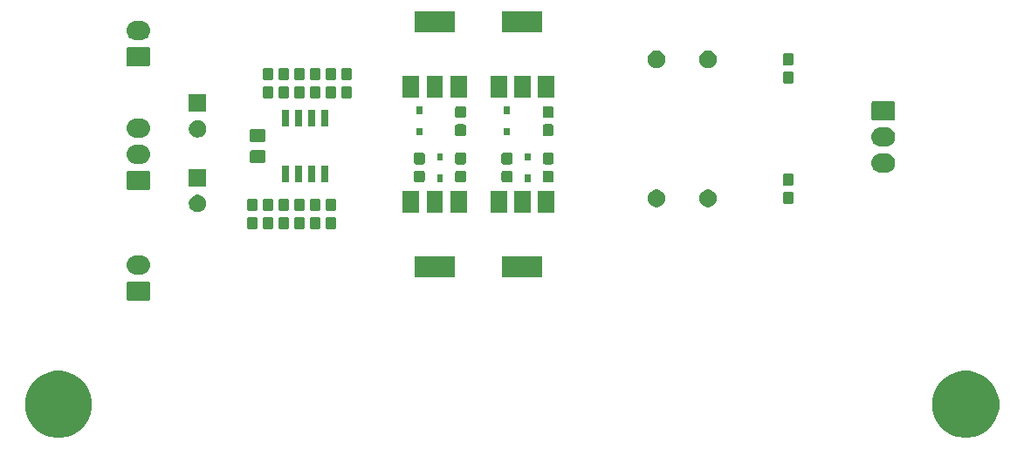
<source format=gbr>
G04 #@! TF.GenerationSoftware,KiCad,Pcbnew,5.1.4*
G04 #@! TF.CreationDate,2019-09-29T22:08:18-04:00*
G04 #@! TF.ProjectId,headphone_amp,68656164-7068-46f6-9e65-5f616d702e6b,0*
G04 #@! TF.SameCoordinates,Original*
G04 #@! TF.FileFunction,Soldermask,Top*
G04 #@! TF.FilePolarity,Negative*
%FSLAX46Y46*%
G04 Gerber Fmt 4.6, Leading zero omitted, Abs format (unit mm)*
G04 Created by KiCad (PCBNEW 5.1.4) date 2019-09-29 22:08:18*
%MOMM*%
%LPD*%
G04 APERTURE LIST*
%ADD10C,0.100000*%
G04 APERTURE END LIST*
D10*
G36*
X194634239Y-140811467D02*
G01*
X194948282Y-140873934D01*
X195539926Y-141119001D01*
X196072392Y-141474784D01*
X196525216Y-141927608D01*
X196880999Y-142460074D01*
X197126066Y-143051718D01*
X197251000Y-143679804D01*
X197251000Y-144320196D01*
X197126066Y-144948282D01*
X196880999Y-145539926D01*
X196525216Y-146072392D01*
X196072392Y-146525216D01*
X195539926Y-146880999D01*
X194948282Y-147126066D01*
X194634239Y-147188533D01*
X194320197Y-147251000D01*
X193679803Y-147251000D01*
X193365761Y-147188533D01*
X193051718Y-147126066D01*
X192460074Y-146880999D01*
X191927608Y-146525216D01*
X191474784Y-146072392D01*
X191119001Y-145539926D01*
X190873934Y-144948282D01*
X190749000Y-144320196D01*
X190749000Y-143679804D01*
X190873934Y-143051718D01*
X191119001Y-142460074D01*
X191474784Y-141927608D01*
X191927608Y-141474784D01*
X192460074Y-141119001D01*
X193051718Y-140873934D01*
X193365761Y-140811467D01*
X193679803Y-140749000D01*
X194320197Y-140749000D01*
X194634239Y-140811467D01*
X194634239Y-140811467D01*
G37*
G36*
X106634239Y-140811467D02*
G01*
X106948282Y-140873934D01*
X107539926Y-141119001D01*
X108072392Y-141474784D01*
X108525216Y-141927608D01*
X108880999Y-142460074D01*
X109126066Y-143051718D01*
X109251000Y-143679804D01*
X109251000Y-144320196D01*
X109126066Y-144948282D01*
X108880999Y-145539926D01*
X108525216Y-146072392D01*
X108072392Y-146525216D01*
X107539926Y-146880999D01*
X106948282Y-147126066D01*
X106634239Y-147188533D01*
X106320197Y-147251000D01*
X105679803Y-147251000D01*
X105365761Y-147188533D01*
X105051718Y-147126066D01*
X104460074Y-146880999D01*
X103927608Y-146525216D01*
X103474784Y-146072392D01*
X103119001Y-145539926D01*
X102873934Y-144948282D01*
X102749000Y-144320196D01*
X102749000Y-143679804D01*
X102873934Y-143051718D01*
X103119001Y-142460074D01*
X103474784Y-141927608D01*
X103927608Y-141474784D01*
X104460074Y-141119001D01*
X105051718Y-140873934D01*
X105365761Y-140811467D01*
X105679803Y-140749000D01*
X106320197Y-140749000D01*
X106634239Y-140811467D01*
X106634239Y-140811467D01*
G37*
G36*
X114759561Y-132082966D02*
G01*
X114792383Y-132092923D01*
X114822632Y-132109092D01*
X114849148Y-132130852D01*
X114870908Y-132157368D01*
X114887077Y-132187617D01*
X114897034Y-132220439D01*
X114901000Y-132260713D01*
X114901000Y-133739287D01*
X114897034Y-133779561D01*
X114887077Y-133812383D01*
X114870908Y-133842632D01*
X114849148Y-133869148D01*
X114822632Y-133890908D01*
X114792383Y-133907077D01*
X114759561Y-133917034D01*
X114719287Y-133921000D01*
X112780713Y-133921000D01*
X112740439Y-133917034D01*
X112707617Y-133907077D01*
X112677368Y-133890908D01*
X112650852Y-133869148D01*
X112629092Y-133842632D01*
X112612923Y-133812383D01*
X112602966Y-133779561D01*
X112599000Y-133739287D01*
X112599000Y-132260713D01*
X112602966Y-132220439D01*
X112612923Y-132187617D01*
X112629092Y-132157368D01*
X112650852Y-132130852D01*
X112677368Y-132109092D01*
X112707617Y-132092923D01*
X112740439Y-132082966D01*
X112780713Y-132079000D01*
X114719287Y-132079000D01*
X114759561Y-132082966D01*
X114759561Y-132082966D01*
G37*
G36*
X144451000Y-131701000D02*
G01*
X140549000Y-131701000D01*
X140549000Y-129599000D01*
X144451000Y-129599000D01*
X144451000Y-131701000D01*
X144451000Y-131701000D01*
G37*
G36*
X152951000Y-131701000D02*
G01*
X149049000Y-131701000D01*
X149049000Y-129599000D01*
X152951000Y-129599000D01*
X152951000Y-131701000D01*
X152951000Y-131701000D01*
G37*
G36*
X114070345Y-129543442D02*
G01*
X114160548Y-129552326D01*
X114334157Y-129604990D01*
X114494156Y-129690511D01*
X114537729Y-129726271D01*
X114634397Y-129805603D01*
X114713729Y-129902271D01*
X114749489Y-129945844D01*
X114835010Y-130105843D01*
X114887674Y-130279452D01*
X114905456Y-130460000D01*
X114887674Y-130640548D01*
X114835010Y-130814157D01*
X114749489Y-130974156D01*
X114713729Y-131017729D01*
X114634397Y-131114397D01*
X114537729Y-131193729D01*
X114494156Y-131229489D01*
X114334157Y-131315010D01*
X114160548Y-131367674D01*
X114070345Y-131376558D01*
X114025245Y-131381000D01*
X113474755Y-131381000D01*
X113429655Y-131376558D01*
X113339452Y-131367674D01*
X113165843Y-131315010D01*
X113005844Y-131229489D01*
X112962271Y-131193729D01*
X112865603Y-131114397D01*
X112786271Y-131017729D01*
X112750511Y-130974156D01*
X112664990Y-130814157D01*
X112612326Y-130640548D01*
X112594544Y-130460000D01*
X112612326Y-130279452D01*
X112664990Y-130105843D01*
X112750511Y-129945844D01*
X112786271Y-129902271D01*
X112865603Y-129805603D01*
X112962271Y-129726271D01*
X113005844Y-129690511D01*
X113165843Y-129604990D01*
X113339452Y-129552326D01*
X113429655Y-129543442D01*
X113474755Y-129539000D01*
X114025245Y-129539000D01*
X114070345Y-129543442D01*
X114070345Y-129543442D01*
G37*
G36*
X126704499Y-125819445D02*
G01*
X126741995Y-125830820D01*
X126776554Y-125849292D01*
X126806847Y-125874153D01*
X126831708Y-125904446D01*
X126850180Y-125939005D01*
X126861555Y-125976501D01*
X126866000Y-126021638D01*
X126866000Y-126760362D01*
X126861555Y-126805499D01*
X126850180Y-126842995D01*
X126831708Y-126877554D01*
X126806847Y-126907847D01*
X126776554Y-126932708D01*
X126741995Y-126951180D01*
X126704499Y-126962555D01*
X126659362Y-126967000D01*
X126020638Y-126967000D01*
X125975501Y-126962555D01*
X125938005Y-126951180D01*
X125903446Y-126932708D01*
X125873153Y-126907847D01*
X125848292Y-126877554D01*
X125829820Y-126842995D01*
X125818445Y-126805499D01*
X125814000Y-126760362D01*
X125814000Y-126021638D01*
X125818445Y-125976501D01*
X125829820Y-125939005D01*
X125848292Y-125904446D01*
X125873153Y-125874153D01*
X125903446Y-125849292D01*
X125938005Y-125830820D01*
X125975501Y-125819445D01*
X126020638Y-125815000D01*
X126659362Y-125815000D01*
X126704499Y-125819445D01*
X126704499Y-125819445D01*
G37*
G36*
X128228499Y-125819445D02*
G01*
X128265995Y-125830820D01*
X128300554Y-125849292D01*
X128330847Y-125874153D01*
X128355708Y-125904446D01*
X128374180Y-125939005D01*
X128385555Y-125976501D01*
X128390000Y-126021638D01*
X128390000Y-126760362D01*
X128385555Y-126805499D01*
X128374180Y-126842995D01*
X128355708Y-126877554D01*
X128330847Y-126907847D01*
X128300554Y-126932708D01*
X128265995Y-126951180D01*
X128228499Y-126962555D01*
X128183362Y-126967000D01*
X127544638Y-126967000D01*
X127499501Y-126962555D01*
X127462005Y-126951180D01*
X127427446Y-126932708D01*
X127397153Y-126907847D01*
X127372292Y-126877554D01*
X127353820Y-126842995D01*
X127342445Y-126805499D01*
X127338000Y-126760362D01*
X127338000Y-126021638D01*
X127342445Y-125976501D01*
X127353820Y-125939005D01*
X127372292Y-125904446D01*
X127397153Y-125874153D01*
X127427446Y-125849292D01*
X127462005Y-125830820D01*
X127499501Y-125819445D01*
X127544638Y-125815000D01*
X128183362Y-125815000D01*
X128228499Y-125819445D01*
X128228499Y-125819445D01*
G37*
G36*
X132800499Y-125819445D02*
G01*
X132837995Y-125830820D01*
X132872554Y-125849292D01*
X132902847Y-125874153D01*
X132927708Y-125904446D01*
X132946180Y-125939005D01*
X132957555Y-125976501D01*
X132962000Y-126021638D01*
X132962000Y-126760362D01*
X132957555Y-126805499D01*
X132946180Y-126842995D01*
X132927708Y-126877554D01*
X132902847Y-126907847D01*
X132872554Y-126932708D01*
X132837995Y-126951180D01*
X132800499Y-126962555D01*
X132755362Y-126967000D01*
X132116638Y-126967000D01*
X132071501Y-126962555D01*
X132034005Y-126951180D01*
X131999446Y-126932708D01*
X131969153Y-126907847D01*
X131944292Y-126877554D01*
X131925820Y-126842995D01*
X131914445Y-126805499D01*
X131910000Y-126760362D01*
X131910000Y-126021638D01*
X131914445Y-125976501D01*
X131925820Y-125939005D01*
X131944292Y-125904446D01*
X131969153Y-125874153D01*
X131999446Y-125849292D01*
X132034005Y-125830820D01*
X132071501Y-125819445D01*
X132116638Y-125815000D01*
X132755362Y-125815000D01*
X132800499Y-125819445D01*
X132800499Y-125819445D01*
G37*
G36*
X125180499Y-125819445D02*
G01*
X125217995Y-125830820D01*
X125252554Y-125849292D01*
X125282847Y-125874153D01*
X125307708Y-125904446D01*
X125326180Y-125939005D01*
X125337555Y-125976501D01*
X125342000Y-126021638D01*
X125342000Y-126760362D01*
X125337555Y-126805499D01*
X125326180Y-126842995D01*
X125307708Y-126877554D01*
X125282847Y-126907847D01*
X125252554Y-126932708D01*
X125217995Y-126951180D01*
X125180499Y-126962555D01*
X125135362Y-126967000D01*
X124496638Y-126967000D01*
X124451501Y-126962555D01*
X124414005Y-126951180D01*
X124379446Y-126932708D01*
X124349153Y-126907847D01*
X124324292Y-126877554D01*
X124305820Y-126842995D01*
X124294445Y-126805499D01*
X124290000Y-126760362D01*
X124290000Y-126021638D01*
X124294445Y-125976501D01*
X124305820Y-125939005D01*
X124324292Y-125904446D01*
X124349153Y-125874153D01*
X124379446Y-125849292D01*
X124414005Y-125830820D01*
X124451501Y-125819445D01*
X124496638Y-125815000D01*
X125135362Y-125815000D01*
X125180499Y-125819445D01*
X125180499Y-125819445D01*
G37*
G36*
X129752499Y-125819445D02*
G01*
X129789995Y-125830820D01*
X129824554Y-125849292D01*
X129854847Y-125874153D01*
X129879708Y-125904446D01*
X129898180Y-125939005D01*
X129909555Y-125976501D01*
X129914000Y-126021638D01*
X129914000Y-126760362D01*
X129909555Y-126805499D01*
X129898180Y-126842995D01*
X129879708Y-126877554D01*
X129854847Y-126907847D01*
X129824554Y-126932708D01*
X129789995Y-126951180D01*
X129752499Y-126962555D01*
X129707362Y-126967000D01*
X129068638Y-126967000D01*
X129023501Y-126962555D01*
X128986005Y-126951180D01*
X128951446Y-126932708D01*
X128921153Y-126907847D01*
X128896292Y-126877554D01*
X128877820Y-126842995D01*
X128866445Y-126805499D01*
X128862000Y-126760362D01*
X128862000Y-126021638D01*
X128866445Y-125976501D01*
X128877820Y-125939005D01*
X128896292Y-125904446D01*
X128921153Y-125874153D01*
X128951446Y-125849292D01*
X128986005Y-125830820D01*
X129023501Y-125819445D01*
X129068638Y-125815000D01*
X129707362Y-125815000D01*
X129752499Y-125819445D01*
X129752499Y-125819445D01*
G37*
G36*
X131276499Y-125819445D02*
G01*
X131313995Y-125830820D01*
X131348554Y-125849292D01*
X131378847Y-125874153D01*
X131403708Y-125904446D01*
X131422180Y-125939005D01*
X131433555Y-125976501D01*
X131438000Y-126021638D01*
X131438000Y-126760362D01*
X131433555Y-126805499D01*
X131422180Y-126842995D01*
X131403708Y-126877554D01*
X131378847Y-126907847D01*
X131348554Y-126932708D01*
X131313995Y-126951180D01*
X131276499Y-126962555D01*
X131231362Y-126967000D01*
X130592638Y-126967000D01*
X130547501Y-126962555D01*
X130510005Y-126951180D01*
X130475446Y-126932708D01*
X130445153Y-126907847D01*
X130420292Y-126877554D01*
X130401820Y-126842995D01*
X130390445Y-126805499D01*
X130386000Y-126760362D01*
X130386000Y-126021638D01*
X130390445Y-125976501D01*
X130401820Y-125939005D01*
X130420292Y-125904446D01*
X130445153Y-125874153D01*
X130475446Y-125849292D01*
X130510005Y-125830820D01*
X130547501Y-125819445D01*
X130592638Y-125815000D01*
X131231362Y-125815000D01*
X131276499Y-125819445D01*
X131276499Y-125819445D01*
G37*
G36*
X154101000Y-125401000D02*
G01*
X152499000Y-125401000D01*
X152499000Y-123299000D01*
X154101000Y-123299000D01*
X154101000Y-125401000D01*
X154101000Y-125401000D01*
G37*
G36*
X141001000Y-125401000D02*
G01*
X139399000Y-125401000D01*
X139399000Y-123299000D01*
X141001000Y-123299000D01*
X141001000Y-125401000D01*
X141001000Y-125401000D01*
G37*
G36*
X145601000Y-125401000D02*
G01*
X143999000Y-125401000D01*
X143999000Y-123299000D01*
X145601000Y-123299000D01*
X145601000Y-125401000D01*
X145601000Y-125401000D01*
G37*
G36*
X149501000Y-125401000D02*
G01*
X147899000Y-125401000D01*
X147899000Y-123299000D01*
X149501000Y-123299000D01*
X149501000Y-125401000D01*
X149501000Y-125401000D01*
G37*
G36*
X151801000Y-125401000D02*
G01*
X150199000Y-125401000D01*
X150199000Y-123299000D01*
X151801000Y-123299000D01*
X151801000Y-125401000D01*
X151801000Y-125401000D01*
G37*
G36*
X143301000Y-125401000D02*
G01*
X141699000Y-125401000D01*
X141699000Y-123299000D01*
X143301000Y-123299000D01*
X143301000Y-125401000D01*
X143301000Y-125401000D01*
G37*
G36*
X119748228Y-123681703D02*
G01*
X119903100Y-123745853D01*
X120042481Y-123838985D01*
X120161015Y-123957519D01*
X120254147Y-124096900D01*
X120318297Y-124251772D01*
X120351000Y-124416184D01*
X120351000Y-124583816D01*
X120318297Y-124748228D01*
X120254147Y-124903100D01*
X120161015Y-125042481D01*
X120042481Y-125161015D01*
X119903100Y-125254147D01*
X119748228Y-125318297D01*
X119583816Y-125351000D01*
X119416184Y-125351000D01*
X119251772Y-125318297D01*
X119096900Y-125254147D01*
X118957519Y-125161015D01*
X118838985Y-125042481D01*
X118745853Y-124903100D01*
X118681703Y-124748228D01*
X118649000Y-124583816D01*
X118649000Y-124416184D01*
X118681703Y-124251772D01*
X118745853Y-124096900D01*
X118838985Y-123957519D01*
X118957519Y-123838985D01*
X119096900Y-123745853D01*
X119251772Y-123681703D01*
X119416184Y-123649000D01*
X119583816Y-123649000D01*
X119748228Y-123681703D01*
X119748228Y-123681703D01*
G37*
G36*
X125180499Y-124069445D02*
G01*
X125217995Y-124080820D01*
X125252554Y-124099292D01*
X125282847Y-124124153D01*
X125307708Y-124154446D01*
X125326180Y-124189005D01*
X125337555Y-124226501D01*
X125342000Y-124271638D01*
X125342000Y-125010362D01*
X125337555Y-125055499D01*
X125326180Y-125092995D01*
X125307708Y-125127554D01*
X125282847Y-125157847D01*
X125252554Y-125182708D01*
X125217995Y-125201180D01*
X125180499Y-125212555D01*
X125135362Y-125217000D01*
X124496638Y-125217000D01*
X124451501Y-125212555D01*
X124414005Y-125201180D01*
X124379446Y-125182708D01*
X124349153Y-125157847D01*
X124324292Y-125127554D01*
X124305820Y-125092995D01*
X124294445Y-125055499D01*
X124290000Y-125010362D01*
X124290000Y-124271638D01*
X124294445Y-124226501D01*
X124305820Y-124189005D01*
X124324292Y-124154446D01*
X124349153Y-124124153D01*
X124379446Y-124099292D01*
X124414005Y-124080820D01*
X124451501Y-124069445D01*
X124496638Y-124065000D01*
X125135362Y-124065000D01*
X125180499Y-124069445D01*
X125180499Y-124069445D01*
G37*
G36*
X132800499Y-124069445D02*
G01*
X132837995Y-124080820D01*
X132872554Y-124099292D01*
X132902847Y-124124153D01*
X132927708Y-124154446D01*
X132946180Y-124189005D01*
X132957555Y-124226501D01*
X132962000Y-124271638D01*
X132962000Y-125010362D01*
X132957555Y-125055499D01*
X132946180Y-125092995D01*
X132927708Y-125127554D01*
X132902847Y-125157847D01*
X132872554Y-125182708D01*
X132837995Y-125201180D01*
X132800499Y-125212555D01*
X132755362Y-125217000D01*
X132116638Y-125217000D01*
X132071501Y-125212555D01*
X132034005Y-125201180D01*
X131999446Y-125182708D01*
X131969153Y-125157847D01*
X131944292Y-125127554D01*
X131925820Y-125092995D01*
X131914445Y-125055499D01*
X131910000Y-125010362D01*
X131910000Y-124271638D01*
X131914445Y-124226501D01*
X131925820Y-124189005D01*
X131944292Y-124154446D01*
X131969153Y-124124153D01*
X131999446Y-124099292D01*
X132034005Y-124080820D01*
X132071501Y-124069445D01*
X132116638Y-124065000D01*
X132755362Y-124065000D01*
X132800499Y-124069445D01*
X132800499Y-124069445D01*
G37*
G36*
X126704499Y-124069445D02*
G01*
X126741995Y-124080820D01*
X126776554Y-124099292D01*
X126806847Y-124124153D01*
X126831708Y-124154446D01*
X126850180Y-124189005D01*
X126861555Y-124226501D01*
X126866000Y-124271638D01*
X126866000Y-125010362D01*
X126861555Y-125055499D01*
X126850180Y-125092995D01*
X126831708Y-125127554D01*
X126806847Y-125157847D01*
X126776554Y-125182708D01*
X126741995Y-125201180D01*
X126704499Y-125212555D01*
X126659362Y-125217000D01*
X126020638Y-125217000D01*
X125975501Y-125212555D01*
X125938005Y-125201180D01*
X125903446Y-125182708D01*
X125873153Y-125157847D01*
X125848292Y-125127554D01*
X125829820Y-125092995D01*
X125818445Y-125055499D01*
X125814000Y-125010362D01*
X125814000Y-124271638D01*
X125818445Y-124226501D01*
X125829820Y-124189005D01*
X125848292Y-124154446D01*
X125873153Y-124124153D01*
X125903446Y-124099292D01*
X125938005Y-124080820D01*
X125975501Y-124069445D01*
X126020638Y-124065000D01*
X126659362Y-124065000D01*
X126704499Y-124069445D01*
X126704499Y-124069445D01*
G37*
G36*
X128228499Y-124069445D02*
G01*
X128265995Y-124080820D01*
X128300554Y-124099292D01*
X128330847Y-124124153D01*
X128355708Y-124154446D01*
X128374180Y-124189005D01*
X128385555Y-124226501D01*
X128390000Y-124271638D01*
X128390000Y-125010362D01*
X128385555Y-125055499D01*
X128374180Y-125092995D01*
X128355708Y-125127554D01*
X128330847Y-125157847D01*
X128300554Y-125182708D01*
X128265995Y-125201180D01*
X128228499Y-125212555D01*
X128183362Y-125217000D01*
X127544638Y-125217000D01*
X127499501Y-125212555D01*
X127462005Y-125201180D01*
X127427446Y-125182708D01*
X127397153Y-125157847D01*
X127372292Y-125127554D01*
X127353820Y-125092995D01*
X127342445Y-125055499D01*
X127338000Y-125010362D01*
X127338000Y-124271638D01*
X127342445Y-124226501D01*
X127353820Y-124189005D01*
X127372292Y-124154446D01*
X127397153Y-124124153D01*
X127427446Y-124099292D01*
X127462005Y-124080820D01*
X127499501Y-124069445D01*
X127544638Y-124065000D01*
X128183362Y-124065000D01*
X128228499Y-124069445D01*
X128228499Y-124069445D01*
G37*
G36*
X129752499Y-124069445D02*
G01*
X129789995Y-124080820D01*
X129824554Y-124099292D01*
X129854847Y-124124153D01*
X129879708Y-124154446D01*
X129898180Y-124189005D01*
X129909555Y-124226501D01*
X129914000Y-124271638D01*
X129914000Y-125010362D01*
X129909555Y-125055499D01*
X129898180Y-125092995D01*
X129879708Y-125127554D01*
X129854847Y-125157847D01*
X129824554Y-125182708D01*
X129789995Y-125201180D01*
X129752499Y-125212555D01*
X129707362Y-125217000D01*
X129068638Y-125217000D01*
X129023501Y-125212555D01*
X128986005Y-125201180D01*
X128951446Y-125182708D01*
X128921153Y-125157847D01*
X128896292Y-125127554D01*
X128877820Y-125092995D01*
X128866445Y-125055499D01*
X128862000Y-125010362D01*
X128862000Y-124271638D01*
X128866445Y-124226501D01*
X128877820Y-124189005D01*
X128896292Y-124154446D01*
X128921153Y-124124153D01*
X128951446Y-124099292D01*
X128986005Y-124080820D01*
X129023501Y-124069445D01*
X129068638Y-124065000D01*
X129707362Y-124065000D01*
X129752499Y-124069445D01*
X129752499Y-124069445D01*
G37*
G36*
X131276499Y-124069445D02*
G01*
X131313995Y-124080820D01*
X131348554Y-124099292D01*
X131378847Y-124124153D01*
X131403708Y-124154446D01*
X131422180Y-124189005D01*
X131433555Y-124226501D01*
X131438000Y-124271638D01*
X131438000Y-125010362D01*
X131433555Y-125055499D01*
X131422180Y-125092995D01*
X131403708Y-125127554D01*
X131378847Y-125157847D01*
X131348554Y-125182708D01*
X131313995Y-125201180D01*
X131276499Y-125212555D01*
X131231362Y-125217000D01*
X130592638Y-125217000D01*
X130547501Y-125212555D01*
X130510005Y-125201180D01*
X130475446Y-125182708D01*
X130445153Y-125157847D01*
X130420292Y-125127554D01*
X130401820Y-125092995D01*
X130390445Y-125055499D01*
X130386000Y-125010362D01*
X130386000Y-124271638D01*
X130390445Y-124226501D01*
X130401820Y-124189005D01*
X130420292Y-124154446D01*
X130445153Y-124124153D01*
X130475446Y-124099292D01*
X130510005Y-124080820D01*
X130547501Y-124069445D01*
X130592638Y-124065000D01*
X131231362Y-124065000D01*
X131276499Y-124069445D01*
X131276499Y-124069445D01*
G37*
G36*
X164248228Y-123181703D02*
G01*
X164403100Y-123245853D01*
X164542481Y-123338985D01*
X164661015Y-123457519D01*
X164754147Y-123596900D01*
X164818297Y-123751772D01*
X164851000Y-123916184D01*
X164851000Y-124083816D01*
X164818297Y-124248228D01*
X164754147Y-124403100D01*
X164661015Y-124542481D01*
X164542481Y-124661015D01*
X164403100Y-124754147D01*
X164248228Y-124818297D01*
X164083816Y-124851000D01*
X163916184Y-124851000D01*
X163751772Y-124818297D01*
X163596900Y-124754147D01*
X163457519Y-124661015D01*
X163338985Y-124542481D01*
X163245853Y-124403100D01*
X163181703Y-124248228D01*
X163149000Y-124083816D01*
X163149000Y-123916184D01*
X163181703Y-123751772D01*
X163245853Y-123596900D01*
X163338985Y-123457519D01*
X163457519Y-123338985D01*
X163596900Y-123245853D01*
X163751772Y-123181703D01*
X163916184Y-123149000D01*
X164083816Y-123149000D01*
X164248228Y-123181703D01*
X164248228Y-123181703D01*
G37*
G36*
X169248228Y-123181703D02*
G01*
X169403100Y-123245853D01*
X169542481Y-123338985D01*
X169661015Y-123457519D01*
X169754147Y-123596900D01*
X169818297Y-123751772D01*
X169851000Y-123916184D01*
X169851000Y-124083816D01*
X169818297Y-124248228D01*
X169754147Y-124403100D01*
X169661015Y-124542481D01*
X169542481Y-124661015D01*
X169403100Y-124754147D01*
X169248228Y-124818297D01*
X169083816Y-124851000D01*
X168916184Y-124851000D01*
X168751772Y-124818297D01*
X168596900Y-124754147D01*
X168457519Y-124661015D01*
X168338985Y-124542481D01*
X168245853Y-124403100D01*
X168181703Y-124248228D01*
X168149000Y-124083816D01*
X168149000Y-123916184D01*
X168181703Y-123751772D01*
X168245853Y-123596900D01*
X168338985Y-123457519D01*
X168457519Y-123338985D01*
X168596900Y-123245853D01*
X168751772Y-123181703D01*
X168916184Y-123149000D01*
X169083816Y-123149000D01*
X169248228Y-123181703D01*
X169248228Y-123181703D01*
G37*
G36*
X177148499Y-123366445D02*
G01*
X177185995Y-123377820D01*
X177220554Y-123396292D01*
X177250847Y-123421153D01*
X177275708Y-123451446D01*
X177294180Y-123486005D01*
X177305555Y-123523501D01*
X177310000Y-123568638D01*
X177310000Y-124307362D01*
X177305555Y-124352499D01*
X177294180Y-124389995D01*
X177275708Y-124424554D01*
X177250847Y-124454847D01*
X177220554Y-124479708D01*
X177185995Y-124498180D01*
X177148499Y-124509555D01*
X177103362Y-124514000D01*
X176464638Y-124514000D01*
X176419501Y-124509555D01*
X176382005Y-124498180D01*
X176347446Y-124479708D01*
X176317153Y-124454847D01*
X176292292Y-124424554D01*
X176273820Y-124389995D01*
X176262445Y-124352499D01*
X176258000Y-124307362D01*
X176258000Y-123568638D01*
X176262445Y-123523501D01*
X176273820Y-123486005D01*
X176292292Y-123451446D01*
X176317153Y-123421153D01*
X176347446Y-123396292D01*
X176382005Y-123377820D01*
X176419501Y-123366445D01*
X176464638Y-123362000D01*
X177103362Y-123362000D01*
X177148499Y-123366445D01*
X177148499Y-123366445D01*
G37*
G36*
X114759561Y-121332966D02*
G01*
X114792383Y-121342923D01*
X114822632Y-121359092D01*
X114849148Y-121380852D01*
X114870908Y-121407368D01*
X114887077Y-121437617D01*
X114897034Y-121470439D01*
X114901000Y-121510713D01*
X114901000Y-122989287D01*
X114897034Y-123029561D01*
X114887077Y-123062383D01*
X114870908Y-123092632D01*
X114849148Y-123119148D01*
X114822632Y-123140908D01*
X114792383Y-123157077D01*
X114759561Y-123167034D01*
X114719287Y-123171000D01*
X112780713Y-123171000D01*
X112740439Y-123167034D01*
X112707617Y-123157077D01*
X112677368Y-123140908D01*
X112650852Y-123119148D01*
X112629092Y-123092632D01*
X112612923Y-123062383D01*
X112602966Y-123029561D01*
X112599000Y-122989287D01*
X112599000Y-121510713D01*
X112602966Y-121470439D01*
X112612923Y-121437617D01*
X112629092Y-121407368D01*
X112650852Y-121380852D01*
X112677368Y-121359092D01*
X112707617Y-121342923D01*
X112740439Y-121332966D01*
X112780713Y-121329000D01*
X114719287Y-121329000D01*
X114759561Y-121332966D01*
X114759561Y-121332966D01*
G37*
G36*
X120351000Y-122851000D02*
G01*
X118649000Y-122851000D01*
X118649000Y-121149000D01*
X120351000Y-121149000D01*
X120351000Y-122851000D01*
X120351000Y-122851000D01*
G37*
G36*
X177148499Y-121616445D02*
G01*
X177185995Y-121627820D01*
X177220554Y-121646292D01*
X177250847Y-121671153D01*
X177275708Y-121701446D01*
X177294180Y-121736005D01*
X177305555Y-121773501D01*
X177310000Y-121818638D01*
X177310000Y-122557362D01*
X177305555Y-122602499D01*
X177294180Y-122639995D01*
X177275708Y-122674554D01*
X177250847Y-122704847D01*
X177220554Y-122729708D01*
X177185995Y-122748180D01*
X177148499Y-122759555D01*
X177103362Y-122764000D01*
X176464638Y-122764000D01*
X176419501Y-122759555D01*
X176382005Y-122748180D01*
X176347446Y-122729708D01*
X176317153Y-122704847D01*
X176292292Y-122674554D01*
X176273820Y-122639995D01*
X176262445Y-122602499D01*
X176258000Y-122557362D01*
X176258000Y-121818638D01*
X176262445Y-121773501D01*
X176273820Y-121736005D01*
X176292292Y-121701446D01*
X176317153Y-121671153D01*
X176347446Y-121646292D01*
X176382005Y-121627820D01*
X176419501Y-121616445D01*
X176464638Y-121612000D01*
X177103362Y-121612000D01*
X177148499Y-121616445D01*
X177148499Y-121616445D01*
G37*
G36*
X141364499Y-121303445D02*
G01*
X141401995Y-121314820D01*
X141436554Y-121333292D01*
X141466847Y-121358153D01*
X141491708Y-121388446D01*
X141510180Y-121423005D01*
X141521555Y-121460501D01*
X141526000Y-121505638D01*
X141526000Y-122244362D01*
X141521555Y-122289499D01*
X141510180Y-122326995D01*
X141491708Y-122361554D01*
X141466847Y-122391847D01*
X141436554Y-122416708D01*
X141401995Y-122435180D01*
X141364499Y-122446555D01*
X141319362Y-122451000D01*
X140680638Y-122451000D01*
X140635501Y-122446555D01*
X140598005Y-122435180D01*
X140563446Y-122416708D01*
X140533153Y-122391847D01*
X140508292Y-122361554D01*
X140489820Y-122326995D01*
X140478445Y-122289499D01*
X140474000Y-122244362D01*
X140474000Y-121505638D01*
X140478445Y-121460501D01*
X140489820Y-121423005D01*
X140508292Y-121388446D01*
X140533153Y-121358153D01*
X140563446Y-121333292D01*
X140598005Y-121314820D01*
X140635501Y-121303445D01*
X140680638Y-121299000D01*
X141319362Y-121299000D01*
X141364499Y-121303445D01*
X141364499Y-121303445D01*
G37*
G36*
X153864499Y-121303445D02*
G01*
X153901995Y-121314820D01*
X153936554Y-121333292D01*
X153966847Y-121358153D01*
X153991708Y-121388446D01*
X154010180Y-121423005D01*
X154021555Y-121460501D01*
X154026000Y-121505638D01*
X154026000Y-122244362D01*
X154021555Y-122289499D01*
X154010180Y-122326995D01*
X153991708Y-122361554D01*
X153966847Y-122391847D01*
X153936554Y-122416708D01*
X153901995Y-122435180D01*
X153864499Y-122446555D01*
X153819362Y-122451000D01*
X153180638Y-122451000D01*
X153135501Y-122446555D01*
X153098005Y-122435180D01*
X153063446Y-122416708D01*
X153033153Y-122391847D01*
X153008292Y-122361554D01*
X152989820Y-122326995D01*
X152978445Y-122289499D01*
X152974000Y-122244362D01*
X152974000Y-121505638D01*
X152978445Y-121460501D01*
X152989820Y-121423005D01*
X153008292Y-121388446D01*
X153033153Y-121358153D01*
X153063446Y-121333292D01*
X153098005Y-121314820D01*
X153135501Y-121303445D01*
X153180638Y-121299000D01*
X153819362Y-121299000D01*
X153864499Y-121303445D01*
X153864499Y-121303445D01*
G37*
G36*
X149864499Y-121303445D02*
G01*
X149901995Y-121314820D01*
X149936554Y-121333292D01*
X149966847Y-121358153D01*
X149991708Y-121388446D01*
X150010180Y-121423005D01*
X150021555Y-121460501D01*
X150026000Y-121505638D01*
X150026000Y-122244362D01*
X150021555Y-122289499D01*
X150010180Y-122326995D01*
X149991708Y-122361554D01*
X149966847Y-122391847D01*
X149936554Y-122416708D01*
X149901995Y-122435180D01*
X149864499Y-122446555D01*
X149819362Y-122451000D01*
X149180638Y-122451000D01*
X149135501Y-122446555D01*
X149098005Y-122435180D01*
X149063446Y-122416708D01*
X149033153Y-122391847D01*
X149008292Y-122361554D01*
X148989820Y-122326995D01*
X148978445Y-122289499D01*
X148974000Y-122244362D01*
X148974000Y-121505638D01*
X148978445Y-121460501D01*
X148989820Y-121423005D01*
X149008292Y-121388446D01*
X149033153Y-121358153D01*
X149063446Y-121333292D01*
X149098005Y-121314820D01*
X149135501Y-121303445D01*
X149180638Y-121299000D01*
X149819362Y-121299000D01*
X149864499Y-121303445D01*
X149864499Y-121303445D01*
G37*
G36*
X145364499Y-121303445D02*
G01*
X145401995Y-121314820D01*
X145436554Y-121333292D01*
X145466847Y-121358153D01*
X145491708Y-121388446D01*
X145510180Y-121423005D01*
X145521555Y-121460501D01*
X145526000Y-121505638D01*
X145526000Y-122244362D01*
X145521555Y-122289499D01*
X145510180Y-122326995D01*
X145491708Y-122361554D01*
X145466847Y-122391847D01*
X145436554Y-122416708D01*
X145401995Y-122435180D01*
X145364499Y-122446555D01*
X145319362Y-122451000D01*
X144680638Y-122451000D01*
X144635501Y-122446555D01*
X144598005Y-122435180D01*
X144563446Y-122416708D01*
X144533153Y-122391847D01*
X144508292Y-122361554D01*
X144489820Y-122326995D01*
X144478445Y-122289499D01*
X144474000Y-122244362D01*
X144474000Y-121505638D01*
X144478445Y-121460501D01*
X144489820Y-121423005D01*
X144508292Y-121388446D01*
X144533153Y-121358153D01*
X144563446Y-121333292D01*
X144598005Y-121314820D01*
X144635501Y-121303445D01*
X144680638Y-121299000D01*
X145319362Y-121299000D01*
X145364499Y-121303445D01*
X145364499Y-121303445D01*
G37*
G36*
X128342000Y-122438000D02*
G01*
X127640000Y-122438000D01*
X127640000Y-120786000D01*
X128342000Y-120786000D01*
X128342000Y-122438000D01*
X128342000Y-122438000D01*
G37*
G36*
X129612000Y-122438000D02*
G01*
X128910000Y-122438000D01*
X128910000Y-120786000D01*
X129612000Y-120786000D01*
X129612000Y-122438000D01*
X129612000Y-122438000D01*
G37*
G36*
X132152000Y-122438000D02*
G01*
X131450000Y-122438000D01*
X131450000Y-120786000D01*
X132152000Y-120786000D01*
X132152000Y-122438000D01*
X132152000Y-122438000D01*
G37*
G36*
X130882000Y-122438000D02*
G01*
X130180000Y-122438000D01*
X130180000Y-120786000D01*
X130882000Y-120786000D01*
X130882000Y-122438000D01*
X130882000Y-122438000D01*
G37*
G36*
X151776000Y-122401000D02*
G01*
X151224000Y-122401000D01*
X151224000Y-121699000D01*
X151776000Y-121699000D01*
X151776000Y-122401000D01*
X151776000Y-122401000D01*
G37*
G36*
X143276000Y-122401000D02*
G01*
X142724000Y-122401000D01*
X142724000Y-121699000D01*
X143276000Y-121699000D01*
X143276000Y-122401000D01*
X143276000Y-122401000D01*
G37*
G36*
X186320345Y-119663442D02*
G01*
X186410548Y-119672326D01*
X186584157Y-119724990D01*
X186744156Y-119810511D01*
X186787729Y-119846271D01*
X186884397Y-119925603D01*
X186963729Y-120022271D01*
X186999489Y-120065844D01*
X187085010Y-120225843D01*
X187137674Y-120399452D01*
X187155456Y-120580000D01*
X187137674Y-120760548D01*
X187085010Y-120934157D01*
X186999489Y-121094156D01*
X186963729Y-121137729D01*
X186884397Y-121234397D01*
X186787729Y-121313729D01*
X186744156Y-121349489D01*
X186584157Y-121435010D01*
X186410548Y-121487674D01*
X186320345Y-121496558D01*
X186275245Y-121501000D01*
X185724755Y-121501000D01*
X185679655Y-121496558D01*
X185589452Y-121487674D01*
X185415843Y-121435010D01*
X185255844Y-121349489D01*
X185212271Y-121313729D01*
X185115603Y-121234397D01*
X185036271Y-121137729D01*
X185000511Y-121094156D01*
X184914990Y-120934157D01*
X184862326Y-120760548D01*
X184844544Y-120580000D01*
X184862326Y-120399452D01*
X184914990Y-120225843D01*
X185000511Y-120065844D01*
X185036271Y-120022271D01*
X185115603Y-119925603D01*
X185212271Y-119846271D01*
X185255844Y-119810511D01*
X185415843Y-119724990D01*
X185589452Y-119672326D01*
X185679655Y-119663442D01*
X185724755Y-119659000D01*
X186275245Y-119659000D01*
X186320345Y-119663442D01*
X186320345Y-119663442D01*
G37*
G36*
X153864499Y-119553445D02*
G01*
X153901995Y-119564820D01*
X153936554Y-119583292D01*
X153966847Y-119608153D01*
X153991708Y-119638446D01*
X154010180Y-119673005D01*
X154021555Y-119710501D01*
X154026000Y-119755638D01*
X154026000Y-120494362D01*
X154021555Y-120539499D01*
X154010180Y-120576995D01*
X153991708Y-120611554D01*
X153966847Y-120641847D01*
X153936554Y-120666708D01*
X153901995Y-120685180D01*
X153864499Y-120696555D01*
X153819362Y-120701000D01*
X153180638Y-120701000D01*
X153135501Y-120696555D01*
X153098005Y-120685180D01*
X153063446Y-120666708D01*
X153033153Y-120641847D01*
X153008292Y-120611554D01*
X152989820Y-120576995D01*
X152978445Y-120539499D01*
X152974000Y-120494362D01*
X152974000Y-119755638D01*
X152978445Y-119710501D01*
X152989820Y-119673005D01*
X153008292Y-119638446D01*
X153033153Y-119608153D01*
X153063446Y-119583292D01*
X153098005Y-119564820D01*
X153135501Y-119553445D01*
X153180638Y-119549000D01*
X153819362Y-119549000D01*
X153864499Y-119553445D01*
X153864499Y-119553445D01*
G37*
G36*
X149864499Y-119553445D02*
G01*
X149901995Y-119564820D01*
X149936554Y-119583292D01*
X149966847Y-119608153D01*
X149991708Y-119638446D01*
X150010180Y-119673005D01*
X150021555Y-119710501D01*
X150026000Y-119755638D01*
X150026000Y-120494362D01*
X150021555Y-120539499D01*
X150010180Y-120576995D01*
X149991708Y-120611554D01*
X149966847Y-120641847D01*
X149936554Y-120666708D01*
X149901995Y-120685180D01*
X149864499Y-120696555D01*
X149819362Y-120701000D01*
X149180638Y-120701000D01*
X149135501Y-120696555D01*
X149098005Y-120685180D01*
X149063446Y-120666708D01*
X149033153Y-120641847D01*
X149008292Y-120611554D01*
X148989820Y-120576995D01*
X148978445Y-120539499D01*
X148974000Y-120494362D01*
X148974000Y-119755638D01*
X148978445Y-119710501D01*
X148989820Y-119673005D01*
X149008292Y-119638446D01*
X149033153Y-119608153D01*
X149063446Y-119583292D01*
X149098005Y-119564820D01*
X149135501Y-119553445D01*
X149180638Y-119549000D01*
X149819362Y-119549000D01*
X149864499Y-119553445D01*
X149864499Y-119553445D01*
G37*
G36*
X145364499Y-119553445D02*
G01*
X145401995Y-119564820D01*
X145436554Y-119583292D01*
X145466847Y-119608153D01*
X145491708Y-119638446D01*
X145510180Y-119673005D01*
X145521555Y-119710501D01*
X145526000Y-119755638D01*
X145526000Y-120494362D01*
X145521555Y-120539499D01*
X145510180Y-120576995D01*
X145491708Y-120611554D01*
X145466847Y-120641847D01*
X145436554Y-120666708D01*
X145401995Y-120685180D01*
X145364499Y-120696555D01*
X145319362Y-120701000D01*
X144680638Y-120701000D01*
X144635501Y-120696555D01*
X144598005Y-120685180D01*
X144563446Y-120666708D01*
X144533153Y-120641847D01*
X144508292Y-120611554D01*
X144489820Y-120576995D01*
X144478445Y-120539499D01*
X144474000Y-120494362D01*
X144474000Y-119755638D01*
X144478445Y-119710501D01*
X144489820Y-119673005D01*
X144508292Y-119638446D01*
X144533153Y-119608153D01*
X144563446Y-119583292D01*
X144598005Y-119564820D01*
X144635501Y-119553445D01*
X144680638Y-119549000D01*
X145319362Y-119549000D01*
X145364499Y-119553445D01*
X145364499Y-119553445D01*
G37*
G36*
X141364499Y-119553445D02*
G01*
X141401995Y-119564820D01*
X141436554Y-119583292D01*
X141466847Y-119608153D01*
X141491708Y-119638446D01*
X141510180Y-119673005D01*
X141521555Y-119710501D01*
X141526000Y-119755638D01*
X141526000Y-120494362D01*
X141521555Y-120539499D01*
X141510180Y-120576995D01*
X141491708Y-120611554D01*
X141466847Y-120641847D01*
X141436554Y-120666708D01*
X141401995Y-120685180D01*
X141364499Y-120696555D01*
X141319362Y-120701000D01*
X140680638Y-120701000D01*
X140635501Y-120696555D01*
X140598005Y-120685180D01*
X140563446Y-120666708D01*
X140533153Y-120641847D01*
X140508292Y-120611554D01*
X140489820Y-120576995D01*
X140478445Y-120539499D01*
X140474000Y-120494362D01*
X140474000Y-119755638D01*
X140478445Y-119710501D01*
X140489820Y-119673005D01*
X140508292Y-119638446D01*
X140533153Y-119608153D01*
X140563446Y-119583292D01*
X140598005Y-119564820D01*
X140635501Y-119553445D01*
X140680638Y-119549000D01*
X141319362Y-119549000D01*
X141364499Y-119553445D01*
X141364499Y-119553445D01*
G37*
G36*
X114070345Y-118793442D02*
G01*
X114160548Y-118802326D01*
X114334157Y-118854990D01*
X114494156Y-118940511D01*
X114537729Y-118976271D01*
X114634397Y-119055603D01*
X114713729Y-119152271D01*
X114749489Y-119195844D01*
X114835010Y-119355843D01*
X114887674Y-119529452D01*
X114905456Y-119710000D01*
X114887674Y-119890548D01*
X114835010Y-120064157D01*
X114749489Y-120224156D01*
X114713729Y-120267729D01*
X114634397Y-120364397D01*
X114544710Y-120438000D01*
X114494156Y-120479489D01*
X114381885Y-120539499D01*
X114337918Y-120563000D01*
X114334157Y-120565010D01*
X114160548Y-120617674D01*
X114096632Y-120623969D01*
X114025245Y-120631000D01*
X113474755Y-120631000D01*
X113403368Y-120623969D01*
X113339452Y-120617674D01*
X113165843Y-120565010D01*
X113162083Y-120563000D01*
X113118115Y-120539499D01*
X113005844Y-120479489D01*
X112955290Y-120438000D01*
X112865603Y-120364397D01*
X112786271Y-120267729D01*
X112750511Y-120224156D01*
X112664990Y-120064157D01*
X112612326Y-119890548D01*
X112594544Y-119710000D01*
X112612326Y-119529452D01*
X112664990Y-119355843D01*
X112750511Y-119195844D01*
X112786271Y-119152271D01*
X112865603Y-119055603D01*
X112962271Y-118976271D01*
X113005844Y-118940511D01*
X113165843Y-118854990D01*
X113339452Y-118802326D01*
X113429655Y-118793442D01*
X113474755Y-118789000D01*
X114025245Y-118789000D01*
X114070345Y-118793442D01*
X114070345Y-118793442D01*
G37*
G36*
X125912674Y-119315465D02*
G01*
X125950367Y-119326899D01*
X125985103Y-119345466D01*
X126015548Y-119370452D01*
X126040534Y-119400897D01*
X126059101Y-119435633D01*
X126070535Y-119473326D01*
X126075000Y-119518661D01*
X126075000Y-120355339D01*
X126070535Y-120400674D01*
X126059101Y-120438367D01*
X126040534Y-120473103D01*
X126015548Y-120503548D01*
X125985103Y-120528534D01*
X125950367Y-120547101D01*
X125912674Y-120558535D01*
X125867339Y-120563000D01*
X124780661Y-120563000D01*
X124735326Y-120558535D01*
X124697633Y-120547101D01*
X124662897Y-120528534D01*
X124632452Y-120503548D01*
X124607466Y-120473103D01*
X124588899Y-120438367D01*
X124577465Y-120400674D01*
X124573000Y-120355339D01*
X124573000Y-119518661D01*
X124577465Y-119473326D01*
X124588899Y-119435633D01*
X124607466Y-119400897D01*
X124632452Y-119370452D01*
X124662897Y-119345466D01*
X124697633Y-119326899D01*
X124735326Y-119315465D01*
X124780661Y-119311000D01*
X125867339Y-119311000D01*
X125912674Y-119315465D01*
X125912674Y-119315465D01*
G37*
G36*
X151776000Y-120301000D02*
G01*
X151224000Y-120301000D01*
X151224000Y-119599000D01*
X151776000Y-119599000D01*
X151776000Y-120301000D01*
X151776000Y-120301000D01*
G37*
G36*
X143276000Y-120301000D02*
G01*
X142724000Y-120301000D01*
X142724000Y-119599000D01*
X143276000Y-119599000D01*
X143276000Y-120301000D01*
X143276000Y-120301000D01*
G37*
G36*
X186320345Y-117123442D02*
G01*
X186410548Y-117132326D01*
X186584157Y-117184990D01*
X186744156Y-117270511D01*
X186774563Y-117295466D01*
X186884397Y-117385603D01*
X186952560Y-117468661D01*
X186999489Y-117525844D01*
X187085010Y-117685843D01*
X187137674Y-117859452D01*
X187155456Y-118040000D01*
X187137674Y-118220548D01*
X187085010Y-118394157D01*
X186999489Y-118554156D01*
X186963729Y-118597729D01*
X186884397Y-118694397D01*
X186787729Y-118773729D01*
X186744156Y-118809489D01*
X186584157Y-118895010D01*
X186410548Y-118947674D01*
X186320345Y-118956558D01*
X186275245Y-118961000D01*
X185724755Y-118961000D01*
X185679655Y-118956558D01*
X185589452Y-118947674D01*
X185415843Y-118895010D01*
X185255844Y-118809489D01*
X185212271Y-118773729D01*
X185115603Y-118694397D01*
X185036271Y-118597729D01*
X185000511Y-118554156D01*
X184914990Y-118394157D01*
X184862326Y-118220548D01*
X184844544Y-118040000D01*
X184862326Y-117859452D01*
X184914990Y-117685843D01*
X185000511Y-117525844D01*
X185047440Y-117468661D01*
X185115603Y-117385603D01*
X185225437Y-117295466D01*
X185255844Y-117270511D01*
X185415843Y-117184990D01*
X185589452Y-117132326D01*
X185679655Y-117123442D01*
X185724755Y-117119000D01*
X186275245Y-117119000D01*
X186320345Y-117123442D01*
X186320345Y-117123442D01*
G37*
G36*
X125912674Y-117265465D02*
G01*
X125950367Y-117276899D01*
X125985103Y-117295466D01*
X126015548Y-117320452D01*
X126040534Y-117350897D01*
X126059101Y-117385633D01*
X126070535Y-117423326D01*
X126075000Y-117468661D01*
X126075000Y-118305339D01*
X126070535Y-118350674D01*
X126059101Y-118388367D01*
X126040534Y-118423103D01*
X126015548Y-118453548D01*
X125985103Y-118478534D01*
X125950367Y-118497101D01*
X125912674Y-118508535D01*
X125867339Y-118513000D01*
X124780661Y-118513000D01*
X124735326Y-118508535D01*
X124697633Y-118497101D01*
X124662897Y-118478534D01*
X124632452Y-118453548D01*
X124607466Y-118423103D01*
X124588899Y-118388367D01*
X124577465Y-118350674D01*
X124573000Y-118305339D01*
X124573000Y-117468661D01*
X124577465Y-117423326D01*
X124588899Y-117385633D01*
X124607466Y-117350897D01*
X124632452Y-117320452D01*
X124662897Y-117295466D01*
X124697633Y-117276899D01*
X124735326Y-117265465D01*
X124780661Y-117261000D01*
X125867339Y-117261000D01*
X125912674Y-117265465D01*
X125912674Y-117265465D01*
G37*
G36*
X119748228Y-116431703D02*
G01*
X119903100Y-116495853D01*
X120042481Y-116588985D01*
X120161015Y-116707519D01*
X120254147Y-116846900D01*
X120318297Y-117001772D01*
X120351000Y-117166184D01*
X120351000Y-117333816D01*
X120318297Y-117498228D01*
X120254147Y-117653100D01*
X120161015Y-117792481D01*
X120042481Y-117911015D01*
X119903100Y-118004147D01*
X119748228Y-118068297D01*
X119583816Y-118101000D01*
X119416184Y-118101000D01*
X119251772Y-118068297D01*
X119096900Y-118004147D01*
X118957519Y-117911015D01*
X118838985Y-117792481D01*
X118745853Y-117653100D01*
X118681703Y-117498228D01*
X118649000Y-117333816D01*
X118649000Y-117166184D01*
X118681703Y-117001772D01*
X118745853Y-116846900D01*
X118838985Y-116707519D01*
X118957519Y-116588985D01*
X119096900Y-116495853D01*
X119251772Y-116431703D01*
X119416184Y-116399000D01*
X119583816Y-116399000D01*
X119748228Y-116431703D01*
X119748228Y-116431703D01*
G37*
G36*
X114070345Y-116253442D02*
G01*
X114160548Y-116262326D01*
X114334157Y-116314990D01*
X114494156Y-116400511D01*
X114532163Y-116431703D01*
X114634397Y-116515603D01*
X114694619Y-116588985D01*
X114749489Y-116655844D01*
X114835010Y-116815843D01*
X114887674Y-116989452D01*
X114905456Y-117170000D01*
X114887674Y-117350548D01*
X114835010Y-117524157D01*
X114749489Y-117684156D01*
X114746334Y-117688000D01*
X114634397Y-117824397D01*
X114541055Y-117901000D01*
X114494156Y-117939489D01*
X114334157Y-118025010D01*
X114160548Y-118077674D01*
X114070345Y-118086558D01*
X114025245Y-118091000D01*
X113474755Y-118091000D01*
X113429655Y-118086558D01*
X113339452Y-118077674D01*
X113165843Y-118025010D01*
X113005844Y-117939489D01*
X112958945Y-117901000D01*
X112865603Y-117824397D01*
X112753666Y-117688000D01*
X112750511Y-117684156D01*
X112664990Y-117524157D01*
X112612326Y-117350548D01*
X112594544Y-117170000D01*
X112612326Y-116989452D01*
X112664990Y-116815843D01*
X112750511Y-116655844D01*
X112805381Y-116588985D01*
X112865603Y-116515603D01*
X112967837Y-116431703D01*
X113005844Y-116400511D01*
X113165843Y-116314990D01*
X113339452Y-116262326D01*
X113429655Y-116253442D01*
X113474755Y-116249000D01*
X114025245Y-116249000D01*
X114070345Y-116253442D01*
X114070345Y-116253442D01*
G37*
G36*
X145364499Y-116803445D02*
G01*
X145401995Y-116814820D01*
X145436554Y-116833292D01*
X145466847Y-116858153D01*
X145491708Y-116888446D01*
X145510180Y-116923005D01*
X145521555Y-116960501D01*
X145526000Y-117005638D01*
X145526000Y-117744362D01*
X145521555Y-117789499D01*
X145510180Y-117826995D01*
X145491708Y-117861554D01*
X145466847Y-117891847D01*
X145436554Y-117916708D01*
X145401995Y-117935180D01*
X145364499Y-117946555D01*
X145319362Y-117951000D01*
X144680638Y-117951000D01*
X144635501Y-117946555D01*
X144598005Y-117935180D01*
X144563446Y-117916708D01*
X144533153Y-117891847D01*
X144508292Y-117861554D01*
X144489820Y-117826995D01*
X144478445Y-117789499D01*
X144474000Y-117744362D01*
X144474000Y-117005638D01*
X144478445Y-116960501D01*
X144489820Y-116923005D01*
X144508292Y-116888446D01*
X144533153Y-116858153D01*
X144563446Y-116833292D01*
X144598005Y-116814820D01*
X144635501Y-116803445D01*
X144680638Y-116799000D01*
X145319362Y-116799000D01*
X145364499Y-116803445D01*
X145364499Y-116803445D01*
G37*
G36*
X153864499Y-116803445D02*
G01*
X153901995Y-116814820D01*
X153936554Y-116833292D01*
X153966847Y-116858153D01*
X153991708Y-116888446D01*
X154010180Y-116923005D01*
X154021555Y-116960501D01*
X154026000Y-117005638D01*
X154026000Y-117744362D01*
X154021555Y-117789499D01*
X154010180Y-117826995D01*
X153991708Y-117861554D01*
X153966847Y-117891847D01*
X153936554Y-117916708D01*
X153901995Y-117935180D01*
X153864499Y-117946555D01*
X153819362Y-117951000D01*
X153180638Y-117951000D01*
X153135501Y-117946555D01*
X153098005Y-117935180D01*
X153063446Y-117916708D01*
X153033153Y-117891847D01*
X153008292Y-117861554D01*
X152989820Y-117826995D01*
X152978445Y-117789499D01*
X152974000Y-117744362D01*
X152974000Y-117005638D01*
X152978445Y-116960501D01*
X152989820Y-116923005D01*
X153008292Y-116888446D01*
X153033153Y-116858153D01*
X153063446Y-116833292D01*
X153098005Y-116814820D01*
X153135501Y-116803445D01*
X153180638Y-116799000D01*
X153819362Y-116799000D01*
X153864499Y-116803445D01*
X153864499Y-116803445D01*
G37*
G36*
X149776000Y-117901000D02*
G01*
X149224000Y-117901000D01*
X149224000Y-117199000D01*
X149776000Y-117199000D01*
X149776000Y-117901000D01*
X149776000Y-117901000D01*
G37*
G36*
X141276000Y-117901000D02*
G01*
X140724000Y-117901000D01*
X140724000Y-117199000D01*
X141276000Y-117199000D01*
X141276000Y-117901000D01*
X141276000Y-117901000D01*
G37*
G36*
X129612000Y-117038000D02*
G01*
X128910000Y-117038000D01*
X128910000Y-115386000D01*
X129612000Y-115386000D01*
X129612000Y-117038000D01*
X129612000Y-117038000D01*
G37*
G36*
X128342000Y-117038000D02*
G01*
X127640000Y-117038000D01*
X127640000Y-115386000D01*
X128342000Y-115386000D01*
X128342000Y-117038000D01*
X128342000Y-117038000D01*
G37*
G36*
X130882000Y-117038000D02*
G01*
X130180000Y-117038000D01*
X130180000Y-115386000D01*
X130882000Y-115386000D01*
X130882000Y-117038000D01*
X130882000Y-117038000D01*
G37*
G36*
X132152000Y-117038000D02*
G01*
X131450000Y-117038000D01*
X131450000Y-115386000D01*
X132152000Y-115386000D01*
X132152000Y-117038000D01*
X132152000Y-117038000D01*
G37*
G36*
X187009561Y-114582966D02*
G01*
X187042383Y-114592923D01*
X187072632Y-114609092D01*
X187099148Y-114630852D01*
X187120908Y-114657368D01*
X187137077Y-114687617D01*
X187147034Y-114720439D01*
X187151000Y-114760713D01*
X187151000Y-116239287D01*
X187147034Y-116279561D01*
X187137077Y-116312383D01*
X187120908Y-116342632D01*
X187099148Y-116369148D01*
X187072632Y-116390908D01*
X187042383Y-116407077D01*
X187009561Y-116417034D01*
X186969287Y-116421000D01*
X185030713Y-116421000D01*
X184990439Y-116417034D01*
X184957617Y-116407077D01*
X184927368Y-116390908D01*
X184900852Y-116369148D01*
X184879092Y-116342632D01*
X184862923Y-116312383D01*
X184852966Y-116279561D01*
X184849000Y-116239287D01*
X184849000Y-114760713D01*
X184852966Y-114720439D01*
X184862923Y-114687617D01*
X184879092Y-114657368D01*
X184900852Y-114630852D01*
X184927368Y-114609092D01*
X184957617Y-114592923D01*
X184990439Y-114582966D01*
X185030713Y-114579000D01*
X186969287Y-114579000D01*
X187009561Y-114582966D01*
X187009561Y-114582966D01*
G37*
G36*
X145364499Y-115053445D02*
G01*
X145401995Y-115064820D01*
X145436554Y-115083292D01*
X145466847Y-115108153D01*
X145491708Y-115138446D01*
X145510180Y-115173005D01*
X145521555Y-115210501D01*
X145526000Y-115255638D01*
X145526000Y-115994362D01*
X145521555Y-116039499D01*
X145510180Y-116076995D01*
X145491708Y-116111554D01*
X145466847Y-116141847D01*
X145436554Y-116166708D01*
X145401995Y-116185180D01*
X145364499Y-116196555D01*
X145319362Y-116201000D01*
X144680638Y-116201000D01*
X144635501Y-116196555D01*
X144598005Y-116185180D01*
X144563446Y-116166708D01*
X144533153Y-116141847D01*
X144508292Y-116111554D01*
X144489820Y-116076995D01*
X144478445Y-116039499D01*
X144474000Y-115994362D01*
X144474000Y-115255638D01*
X144478445Y-115210501D01*
X144489820Y-115173005D01*
X144508292Y-115138446D01*
X144533153Y-115108153D01*
X144563446Y-115083292D01*
X144598005Y-115064820D01*
X144635501Y-115053445D01*
X144680638Y-115049000D01*
X145319362Y-115049000D01*
X145364499Y-115053445D01*
X145364499Y-115053445D01*
G37*
G36*
X153864499Y-115053445D02*
G01*
X153901995Y-115064820D01*
X153936554Y-115083292D01*
X153966847Y-115108153D01*
X153991708Y-115138446D01*
X154010180Y-115173005D01*
X154021555Y-115210501D01*
X154026000Y-115255638D01*
X154026000Y-115994362D01*
X154021555Y-116039499D01*
X154010180Y-116076995D01*
X153991708Y-116111554D01*
X153966847Y-116141847D01*
X153936554Y-116166708D01*
X153901995Y-116185180D01*
X153864499Y-116196555D01*
X153819362Y-116201000D01*
X153180638Y-116201000D01*
X153135501Y-116196555D01*
X153098005Y-116185180D01*
X153063446Y-116166708D01*
X153033153Y-116141847D01*
X153008292Y-116111554D01*
X152989820Y-116076995D01*
X152978445Y-116039499D01*
X152974000Y-115994362D01*
X152974000Y-115255638D01*
X152978445Y-115210501D01*
X152989820Y-115173005D01*
X153008292Y-115138446D01*
X153033153Y-115108153D01*
X153063446Y-115083292D01*
X153098005Y-115064820D01*
X153135501Y-115053445D01*
X153180638Y-115049000D01*
X153819362Y-115049000D01*
X153864499Y-115053445D01*
X153864499Y-115053445D01*
G37*
G36*
X141276000Y-115801000D02*
G01*
X140724000Y-115801000D01*
X140724000Y-115099000D01*
X141276000Y-115099000D01*
X141276000Y-115801000D01*
X141276000Y-115801000D01*
G37*
G36*
X149776000Y-115801000D02*
G01*
X149224000Y-115801000D01*
X149224000Y-115099000D01*
X149776000Y-115099000D01*
X149776000Y-115801000D01*
X149776000Y-115801000D01*
G37*
G36*
X120351000Y-115601000D02*
G01*
X118649000Y-115601000D01*
X118649000Y-113899000D01*
X120351000Y-113899000D01*
X120351000Y-115601000D01*
X120351000Y-115601000D01*
G37*
G36*
X129752499Y-113119445D02*
G01*
X129789995Y-113130820D01*
X129824554Y-113149292D01*
X129854847Y-113174153D01*
X129879708Y-113204446D01*
X129898180Y-113239005D01*
X129909555Y-113276501D01*
X129914000Y-113321638D01*
X129914000Y-114060362D01*
X129909555Y-114105499D01*
X129898180Y-114142995D01*
X129879708Y-114177554D01*
X129854847Y-114207847D01*
X129824554Y-114232708D01*
X129789995Y-114251180D01*
X129752499Y-114262555D01*
X129707362Y-114267000D01*
X129068638Y-114267000D01*
X129023501Y-114262555D01*
X128986005Y-114251180D01*
X128951446Y-114232708D01*
X128921153Y-114207847D01*
X128896292Y-114177554D01*
X128877820Y-114142995D01*
X128866445Y-114105499D01*
X128862000Y-114060362D01*
X128862000Y-113321638D01*
X128866445Y-113276501D01*
X128877820Y-113239005D01*
X128896292Y-113204446D01*
X128921153Y-113174153D01*
X128951446Y-113149292D01*
X128986005Y-113130820D01*
X129023501Y-113119445D01*
X129068638Y-113115000D01*
X129707362Y-113115000D01*
X129752499Y-113119445D01*
X129752499Y-113119445D01*
G37*
G36*
X128228499Y-113119445D02*
G01*
X128265995Y-113130820D01*
X128300554Y-113149292D01*
X128330847Y-113174153D01*
X128355708Y-113204446D01*
X128374180Y-113239005D01*
X128385555Y-113276501D01*
X128390000Y-113321638D01*
X128390000Y-114060362D01*
X128385555Y-114105499D01*
X128374180Y-114142995D01*
X128355708Y-114177554D01*
X128330847Y-114207847D01*
X128300554Y-114232708D01*
X128265995Y-114251180D01*
X128228499Y-114262555D01*
X128183362Y-114267000D01*
X127544638Y-114267000D01*
X127499501Y-114262555D01*
X127462005Y-114251180D01*
X127427446Y-114232708D01*
X127397153Y-114207847D01*
X127372292Y-114177554D01*
X127353820Y-114142995D01*
X127342445Y-114105499D01*
X127338000Y-114060362D01*
X127338000Y-113321638D01*
X127342445Y-113276501D01*
X127353820Y-113239005D01*
X127372292Y-113204446D01*
X127397153Y-113174153D01*
X127427446Y-113149292D01*
X127462005Y-113130820D01*
X127499501Y-113119445D01*
X127544638Y-113115000D01*
X128183362Y-113115000D01*
X128228499Y-113119445D01*
X128228499Y-113119445D01*
G37*
G36*
X126704499Y-113119445D02*
G01*
X126741995Y-113130820D01*
X126776554Y-113149292D01*
X126806847Y-113174153D01*
X126831708Y-113204446D01*
X126850180Y-113239005D01*
X126861555Y-113276501D01*
X126866000Y-113321638D01*
X126866000Y-114060362D01*
X126861555Y-114105499D01*
X126850180Y-114142995D01*
X126831708Y-114177554D01*
X126806847Y-114207847D01*
X126776554Y-114232708D01*
X126741995Y-114251180D01*
X126704499Y-114262555D01*
X126659362Y-114267000D01*
X126020638Y-114267000D01*
X125975501Y-114262555D01*
X125938005Y-114251180D01*
X125903446Y-114232708D01*
X125873153Y-114207847D01*
X125848292Y-114177554D01*
X125829820Y-114142995D01*
X125818445Y-114105499D01*
X125814000Y-114060362D01*
X125814000Y-113321638D01*
X125818445Y-113276501D01*
X125829820Y-113239005D01*
X125848292Y-113204446D01*
X125873153Y-113174153D01*
X125903446Y-113149292D01*
X125938005Y-113130820D01*
X125975501Y-113119445D01*
X126020638Y-113115000D01*
X126659362Y-113115000D01*
X126704499Y-113119445D01*
X126704499Y-113119445D01*
G37*
G36*
X131276499Y-113119445D02*
G01*
X131313995Y-113130820D01*
X131348554Y-113149292D01*
X131378847Y-113174153D01*
X131403708Y-113204446D01*
X131422180Y-113239005D01*
X131433555Y-113276501D01*
X131438000Y-113321638D01*
X131438000Y-114060362D01*
X131433555Y-114105499D01*
X131422180Y-114142995D01*
X131403708Y-114177554D01*
X131378847Y-114207847D01*
X131348554Y-114232708D01*
X131313995Y-114251180D01*
X131276499Y-114262555D01*
X131231362Y-114267000D01*
X130592638Y-114267000D01*
X130547501Y-114262555D01*
X130510005Y-114251180D01*
X130475446Y-114232708D01*
X130445153Y-114207847D01*
X130420292Y-114177554D01*
X130401820Y-114142995D01*
X130390445Y-114105499D01*
X130386000Y-114060362D01*
X130386000Y-113321638D01*
X130390445Y-113276501D01*
X130401820Y-113239005D01*
X130420292Y-113204446D01*
X130445153Y-113174153D01*
X130475446Y-113149292D01*
X130510005Y-113130820D01*
X130547501Y-113119445D01*
X130592638Y-113115000D01*
X131231362Y-113115000D01*
X131276499Y-113119445D01*
X131276499Y-113119445D01*
G37*
G36*
X132800499Y-113119445D02*
G01*
X132837995Y-113130820D01*
X132872554Y-113149292D01*
X132902847Y-113174153D01*
X132927708Y-113204446D01*
X132946180Y-113239005D01*
X132957555Y-113276501D01*
X132962000Y-113321638D01*
X132962000Y-114060362D01*
X132957555Y-114105499D01*
X132946180Y-114142995D01*
X132927708Y-114177554D01*
X132902847Y-114207847D01*
X132872554Y-114232708D01*
X132837995Y-114251180D01*
X132800499Y-114262555D01*
X132755362Y-114267000D01*
X132116638Y-114267000D01*
X132071501Y-114262555D01*
X132034005Y-114251180D01*
X131999446Y-114232708D01*
X131969153Y-114207847D01*
X131944292Y-114177554D01*
X131925820Y-114142995D01*
X131914445Y-114105499D01*
X131910000Y-114060362D01*
X131910000Y-113321638D01*
X131914445Y-113276501D01*
X131925820Y-113239005D01*
X131944292Y-113204446D01*
X131969153Y-113174153D01*
X131999446Y-113149292D01*
X132034005Y-113130820D01*
X132071501Y-113119445D01*
X132116638Y-113115000D01*
X132755362Y-113115000D01*
X132800499Y-113119445D01*
X132800499Y-113119445D01*
G37*
G36*
X134324499Y-113119445D02*
G01*
X134361995Y-113130820D01*
X134396554Y-113149292D01*
X134426847Y-113174153D01*
X134451708Y-113204446D01*
X134470180Y-113239005D01*
X134481555Y-113276501D01*
X134486000Y-113321638D01*
X134486000Y-114060362D01*
X134481555Y-114105499D01*
X134470180Y-114142995D01*
X134451708Y-114177554D01*
X134426847Y-114207847D01*
X134396554Y-114232708D01*
X134361995Y-114251180D01*
X134324499Y-114262555D01*
X134279362Y-114267000D01*
X133640638Y-114267000D01*
X133595501Y-114262555D01*
X133558005Y-114251180D01*
X133523446Y-114232708D01*
X133493153Y-114207847D01*
X133468292Y-114177554D01*
X133449820Y-114142995D01*
X133438445Y-114105499D01*
X133434000Y-114060362D01*
X133434000Y-113321638D01*
X133438445Y-113276501D01*
X133449820Y-113239005D01*
X133468292Y-113204446D01*
X133493153Y-113174153D01*
X133523446Y-113149292D01*
X133558005Y-113130820D01*
X133595501Y-113119445D01*
X133640638Y-113115000D01*
X134279362Y-113115000D01*
X134324499Y-113119445D01*
X134324499Y-113119445D01*
G37*
G36*
X141001000Y-114201000D02*
G01*
X139399000Y-114201000D01*
X139399000Y-112099000D01*
X141001000Y-112099000D01*
X141001000Y-114201000D01*
X141001000Y-114201000D01*
G37*
G36*
X143301000Y-114201000D02*
G01*
X141699000Y-114201000D01*
X141699000Y-112099000D01*
X143301000Y-112099000D01*
X143301000Y-114201000D01*
X143301000Y-114201000D01*
G37*
G36*
X154101000Y-114201000D02*
G01*
X152499000Y-114201000D01*
X152499000Y-112099000D01*
X154101000Y-112099000D01*
X154101000Y-114201000D01*
X154101000Y-114201000D01*
G37*
G36*
X145601000Y-114201000D02*
G01*
X143999000Y-114201000D01*
X143999000Y-112099000D01*
X145601000Y-112099000D01*
X145601000Y-114201000D01*
X145601000Y-114201000D01*
G37*
G36*
X149501000Y-114201000D02*
G01*
X147899000Y-114201000D01*
X147899000Y-112099000D01*
X149501000Y-112099000D01*
X149501000Y-114201000D01*
X149501000Y-114201000D01*
G37*
G36*
X151801000Y-114201000D02*
G01*
X150199000Y-114201000D01*
X150199000Y-112099000D01*
X151801000Y-112099000D01*
X151801000Y-114201000D01*
X151801000Y-114201000D01*
G37*
G36*
X177148499Y-111682445D02*
G01*
X177185995Y-111693820D01*
X177220554Y-111712292D01*
X177250847Y-111737153D01*
X177275708Y-111767446D01*
X177294180Y-111802005D01*
X177305555Y-111839501D01*
X177310000Y-111884638D01*
X177310000Y-112623362D01*
X177305555Y-112668499D01*
X177294180Y-112705995D01*
X177275708Y-112740554D01*
X177250847Y-112770847D01*
X177220554Y-112795708D01*
X177185995Y-112814180D01*
X177148499Y-112825555D01*
X177103362Y-112830000D01*
X176464638Y-112830000D01*
X176419501Y-112825555D01*
X176382005Y-112814180D01*
X176347446Y-112795708D01*
X176317153Y-112770847D01*
X176292292Y-112740554D01*
X176273820Y-112705995D01*
X176262445Y-112668499D01*
X176258000Y-112623362D01*
X176258000Y-111884638D01*
X176262445Y-111839501D01*
X176273820Y-111802005D01*
X176292292Y-111767446D01*
X176317153Y-111737153D01*
X176347446Y-111712292D01*
X176382005Y-111693820D01*
X176419501Y-111682445D01*
X176464638Y-111678000D01*
X177103362Y-111678000D01*
X177148499Y-111682445D01*
X177148499Y-111682445D01*
G37*
G36*
X134324499Y-111369445D02*
G01*
X134361995Y-111380820D01*
X134396554Y-111399292D01*
X134426847Y-111424153D01*
X134451708Y-111454446D01*
X134470180Y-111489005D01*
X134481555Y-111526501D01*
X134486000Y-111571638D01*
X134486000Y-112310362D01*
X134481555Y-112355499D01*
X134470180Y-112392995D01*
X134451708Y-112427554D01*
X134426847Y-112457847D01*
X134396554Y-112482708D01*
X134361995Y-112501180D01*
X134324499Y-112512555D01*
X134279362Y-112517000D01*
X133640638Y-112517000D01*
X133595501Y-112512555D01*
X133558005Y-112501180D01*
X133523446Y-112482708D01*
X133493153Y-112457847D01*
X133468292Y-112427554D01*
X133449820Y-112392995D01*
X133438445Y-112355499D01*
X133434000Y-112310362D01*
X133434000Y-111571638D01*
X133438445Y-111526501D01*
X133449820Y-111489005D01*
X133468292Y-111454446D01*
X133493153Y-111424153D01*
X133523446Y-111399292D01*
X133558005Y-111380820D01*
X133595501Y-111369445D01*
X133640638Y-111365000D01*
X134279362Y-111365000D01*
X134324499Y-111369445D01*
X134324499Y-111369445D01*
G37*
G36*
X129752499Y-111369445D02*
G01*
X129789995Y-111380820D01*
X129824554Y-111399292D01*
X129854847Y-111424153D01*
X129879708Y-111454446D01*
X129898180Y-111489005D01*
X129909555Y-111526501D01*
X129914000Y-111571638D01*
X129914000Y-112310362D01*
X129909555Y-112355499D01*
X129898180Y-112392995D01*
X129879708Y-112427554D01*
X129854847Y-112457847D01*
X129824554Y-112482708D01*
X129789995Y-112501180D01*
X129752499Y-112512555D01*
X129707362Y-112517000D01*
X129068638Y-112517000D01*
X129023501Y-112512555D01*
X128986005Y-112501180D01*
X128951446Y-112482708D01*
X128921153Y-112457847D01*
X128896292Y-112427554D01*
X128877820Y-112392995D01*
X128866445Y-112355499D01*
X128862000Y-112310362D01*
X128862000Y-111571638D01*
X128866445Y-111526501D01*
X128877820Y-111489005D01*
X128896292Y-111454446D01*
X128921153Y-111424153D01*
X128951446Y-111399292D01*
X128986005Y-111380820D01*
X129023501Y-111369445D01*
X129068638Y-111365000D01*
X129707362Y-111365000D01*
X129752499Y-111369445D01*
X129752499Y-111369445D01*
G37*
G36*
X128228499Y-111369445D02*
G01*
X128265995Y-111380820D01*
X128300554Y-111399292D01*
X128330847Y-111424153D01*
X128355708Y-111454446D01*
X128374180Y-111489005D01*
X128385555Y-111526501D01*
X128390000Y-111571638D01*
X128390000Y-112310362D01*
X128385555Y-112355499D01*
X128374180Y-112392995D01*
X128355708Y-112427554D01*
X128330847Y-112457847D01*
X128300554Y-112482708D01*
X128265995Y-112501180D01*
X128228499Y-112512555D01*
X128183362Y-112517000D01*
X127544638Y-112517000D01*
X127499501Y-112512555D01*
X127462005Y-112501180D01*
X127427446Y-112482708D01*
X127397153Y-112457847D01*
X127372292Y-112427554D01*
X127353820Y-112392995D01*
X127342445Y-112355499D01*
X127338000Y-112310362D01*
X127338000Y-111571638D01*
X127342445Y-111526501D01*
X127353820Y-111489005D01*
X127372292Y-111454446D01*
X127397153Y-111424153D01*
X127427446Y-111399292D01*
X127462005Y-111380820D01*
X127499501Y-111369445D01*
X127544638Y-111365000D01*
X128183362Y-111365000D01*
X128228499Y-111369445D01*
X128228499Y-111369445D01*
G37*
G36*
X131276499Y-111369445D02*
G01*
X131313995Y-111380820D01*
X131348554Y-111399292D01*
X131378847Y-111424153D01*
X131403708Y-111454446D01*
X131422180Y-111489005D01*
X131433555Y-111526501D01*
X131438000Y-111571638D01*
X131438000Y-112310362D01*
X131433555Y-112355499D01*
X131422180Y-112392995D01*
X131403708Y-112427554D01*
X131378847Y-112457847D01*
X131348554Y-112482708D01*
X131313995Y-112501180D01*
X131276499Y-112512555D01*
X131231362Y-112517000D01*
X130592638Y-112517000D01*
X130547501Y-112512555D01*
X130510005Y-112501180D01*
X130475446Y-112482708D01*
X130445153Y-112457847D01*
X130420292Y-112427554D01*
X130401820Y-112392995D01*
X130390445Y-112355499D01*
X130386000Y-112310362D01*
X130386000Y-111571638D01*
X130390445Y-111526501D01*
X130401820Y-111489005D01*
X130420292Y-111454446D01*
X130445153Y-111424153D01*
X130475446Y-111399292D01*
X130510005Y-111380820D01*
X130547501Y-111369445D01*
X130592638Y-111365000D01*
X131231362Y-111365000D01*
X131276499Y-111369445D01*
X131276499Y-111369445D01*
G37*
G36*
X132800499Y-111369445D02*
G01*
X132837995Y-111380820D01*
X132872554Y-111399292D01*
X132902847Y-111424153D01*
X132927708Y-111454446D01*
X132946180Y-111489005D01*
X132957555Y-111526501D01*
X132962000Y-111571638D01*
X132962000Y-112310362D01*
X132957555Y-112355499D01*
X132946180Y-112392995D01*
X132927708Y-112427554D01*
X132902847Y-112457847D01*
X132872554Y-112482708D01*
X132837995Y-112501180D01*
X132800499Y-112512555D01*
X132755362Y-112517000D01*
X132116638Y-112517000D01*
X132071501Y-112512555D01*
X132034005Y-112501180D01*
X131999446Y-112482708D01*
X131969153Y-112457847D01*
X131944292Y-112427554D01*
X131925820Y-112392995D01*
X131914445Y-112355499D01*
X131910000Y-112310362D01*
X131910000Y-111571638D01*
X131914445Y-111526501D01*
X131925820Y-111489005D01*
X131944292Y-111454446D01*
X131969153Y-111424153D01*
X131999446Y-111399292D01*
X132034005Y-111380820D01*
X132071501Y-111369445D01*
X132116638Y-111365000D01*
X132755362Y-111365000D01*
X132800499Y-111369445D01*
X132800499Y-111369445D01*
G37*
G36*
X126704499Y-111369445D02*
G01*
X126741995Y-111380820D01*
X126776554Y-111399292D01*
X126806847Y-111424153D01*
X126831708Y-111454446D01*
X126850180Y-111489005D01*
X126861555Y-111526501D01*
X126866000Y-111571638D01*
X126866000Y-112310362D01*
X126861555Y-112355499D01*
X126850180Y-112392995D01*
X126831708Y-112427554D01*
X126806847Y-112457847D01*
X126776554Y-112482708D01*
X126741995Y-112501180D01*
X126704499Y-112512555D01*
X126659362Y-112517000D01*
X126020638Y-112517000D01*
X125975501Y-112512555D01*
X125938005Y-112501180D01*
X125903446Y-112482708D01*
X125873153Y-112457847D01*
X125848292Y-112427554D01*
X125829820Y-112392995D01*
X125818445Y-112355499D01*
X125814000Y-112310362D01*
X125814000Y-111571638D01*
X125818445Y-111526501D01*
X125829820Y-111489005D01*
X125848292Y-111454446D01*
X125873153Y-111424153D01*
X125903446Y-111399292D01*
X125938005Y-111380820D01*
X125975501Y-111369445D01*
X126020638Y-111365000D01*
X126659362Y-111365000D01*
X126704499Y-111369445D01*
X126704499Y-111369445D01*
G37*
G36*
X169248228Y-109681703D02*
G01*
X169403100Y-109745853D01*
X169542481Y-109838985D01*
X169661015Y-109957519D01*
X169754147Y-110096900D01*
X169818297Y-110251772D01*
X169851000Y-110416184D01*
X169851000Y-110583816D01*
X169818297Y-110748228D01*
X169754147Y-110903100D01*
X169661015Y-111042481D01*
X169542481Y-111161015D01*
X169403100Y-111254147D01*
X169248228Y-111318297D01*
X169083816Y-111351000D01*
X168916184Y-111351000D01*
X168751772Y-111318297D01*
X168596900Y-111254147D01*
X168457519Y-111161015D01*
X168338985Y-111042481D01*
X168245853Y-110903100D01*
X168181703Y-110748228D01*
X168149000Y-110583816D01*
X168149000Y-110416184D01*
X168181703Y-110251772D01*
X168245853Y-110096900D01*
X168338985Y-109957519D01*
X168457519Y-109838985D01*
X168596900Y-109745853D01*
X168751772Y-109681703D01*
X168916184Y-109649000D01*
X169083816Y-109649000D01*
X169248228Y-109681703D01*
X169248228Y-109681703D01*
G37*
G36*
X164248228Y-109681703D02*
G01*
X164403100Y-109745853D01*
X164542481Y-109838985D01*
X164661015Y-109957519D01*
X164754147Y-110096900D01*
X164818297Y-110251772D01*
X164851000Y-110416184D01*
X164851000Y-110583816D01*
X164818297Y-110748228D01*
X164754147Y-110903100D01*
X164661015Y-111042481D01*
X164542481Y-111161015D01*
X164403100Y-111254147D01*
X164248228Y-111318297D01*
X164083816Y-111351000D01*
X163916184Y-111351000D01*
X163751772Y-111318297D01*
X163596900Y-111254147D01*
X163457519Y-111161015D01*
X163338985Y-111042481D01*
X163245853Y-110903100D01*
X163181703Y-110748228D01*
X163149000Y-110583816D01*
X163149000Y-110416184D01*
X163181703Y-110251772D01*
X163245853Y-110096900D01*
X163338985Y-109957519D01*
X163457519Y-109838985D01*
X163596900Y-109745853D01*
X163751772Y-109681703D01*
X163916184Y-109649000D01*
X164083816Y-109649000D01*
X164248228Y-109681703D01*
X164248228Y-109681703D01*
G37*
G36*
X114759561Y-109332966D02*
G01*
X114792383Y-109342923D01*
X114822632Y-109359092D01*
X114849148Y-109380852D01*
X114870908Y-109407368D01*
X114887077Y-109437617D01*
X114897034Y-109470439D01*
X114901000Y-109510713D01*
X114901000Y-110989287D01*
X114897034Y-111029561D01*
X114887077Y-111062383D01*
X114870908Y-111092632D01*
X114849148Y-111119148D01*
X114822632Y-111140908D01*
X114792383Y-111157077D01*
X114759561Y-111167034D01*
X114719287Y-111171000D01*
X112780713Y-111171000D01*
X112740439Y-111167034D01*
X112707617Y-111157077D01*
X112677368Y-111140908D01*
X112650852Y-111119148D01*
X112629092Y-111092632D01*
X112612923Y-111062383D01*
X112602966Y-111029561D01*
X112599000Y-110989287D01*
X112599000Y-109510713D01*
X112602966Y-109470439D01*
X112612923Y-109437617D01*
X112629092Y-109407368D01*
X112650852Y-109380852D01*
X112677368Y-109359092D01*
X112707617Y-109342923D01*
X112740439Y-109332966D01*
X112780713Y-109329000D01*
X114719287Y-109329000D01*
X114759561Y-109332966D01*
X114759561Y-109332966D01*
G37*
G36*
X177148499Y-109932445D02*
G01*
X177185995Y-109943820D01*
X177220554Y-109962292D01*
X177250847Y-109987153D01*
X177275708Y-110017446D01*
X177294180Y-110052005D01*
X177305555Y-110089501D01*
X177310000Y-110134638D01*
X177310000Y-110873362D01*
X177305555Y-110918499D01*
X177294180Y-110955995D01*
X177275708Y-110990554D01*
X177250847Y-111020847D01*
X177220554Y-111045708D01*
X177185995Y-111064180D01*
X177148499Y-111075555D01*
X177103362Y-111080000D01*
X176464638Y-111080000D01*
X176419501Y-111075555D01*
X176382005Y-111064180D01*
X176347446Y-111045708D01*
X176317153Y-111020847D01*
X176292292Y-110990554D01*
X176273820Y-110955995D01*
X176262445Y-110918499D01*
X176258000Y-110873362D01*
X176258000Y-110134638D01*
X176262445Y-110089501D01*
X176273820Y-110052005D01*
X176292292Y-110017446D01*
X176317153Y-109987153D01*
X176347446Y-109962292D01*
X176382005Y-109943820D01*
X176419501Y-109932445D01*
X176464638Y-109928000D01*
X177103362Y-109928000D01*
X177148499Y-109932445D01*
X177148499Y-109932445D01*
G37*
G36*
X114070345Y-106793442D02*
G01*
X114160548Y-106802326D01*
X114334157Y-106854990D01*
X114494156Y-106940511D01*
X114537729Y-106976271D01*
X114634397Y-107055603D01*
X114713729Y-107152271D01*
X114749489Y-107195844D01*
X114835010Y-107355843D01*
X114887674Y-107529452D01*
X114905456Y-107710000D01*
X114887674Y-107890548D01*
X114835010Y-108064157D01*
X114749489Y-108224156D01*
X114713729Y-108267729D01*
X114634397Y-108364397D01*
X114537729Y-108443729D01*
X114494156Y-108479489D01*
X114334157Y-108565010D01*
X114160548Y-108617674D01*
X114070345Y-108626558D01*
X114025245Y-108631000D01*
X113474755Y-108631000D01*
X113429655Y-108626558D01*
X113339452Y-108617674D01*
X113165843Y-108565010D01*
X113005844Y-108479489D01*
X112962271Y-108443729D01*
X112865603Y-108364397D01*
X112786271Y-108267729D01*
X112750511Y-108224156D01*
X112664990Y-108064157D01*
X112612326Y-107890548D01*
X112594544Y-107710000D01*
X112612326Y-107529452D01*
X112664990Y-107355843D01*
X112750511Y-107195844D01*
X112786271Y-107152271D01*
X112865603Y-107055603D01*
X112962271Y-106976271D01*
X113005844Y-106940511D01*
X113165843Y-106854990D01*
X113339452Y-106802326D01*
X113429655Y-106793442D01*
X113474755Y-106789000D01*
X114025245Y-106789000D01*
X114070345Y-106793442D01*
X114070345Y-106793442D01*
G37*
G36*
X144451000Y-107901000D02*
G01*
X140549000Y-107901000D01*
X140549000Y-105799000D01*
X144451000Y-105799000D01*
X144451000Y-107901000D01*
X144451000Y-107901000D01*
G37*
G36*
X152951000Y-107901000D02*
G01*
X149049000Y-107901000D01*
X149049000Y-105799000D01*
X152951000Y-105799000D01*
X152951000Y-107901000D01*
X152951000Y-107901000D01*
G37*
M02*

</source>
